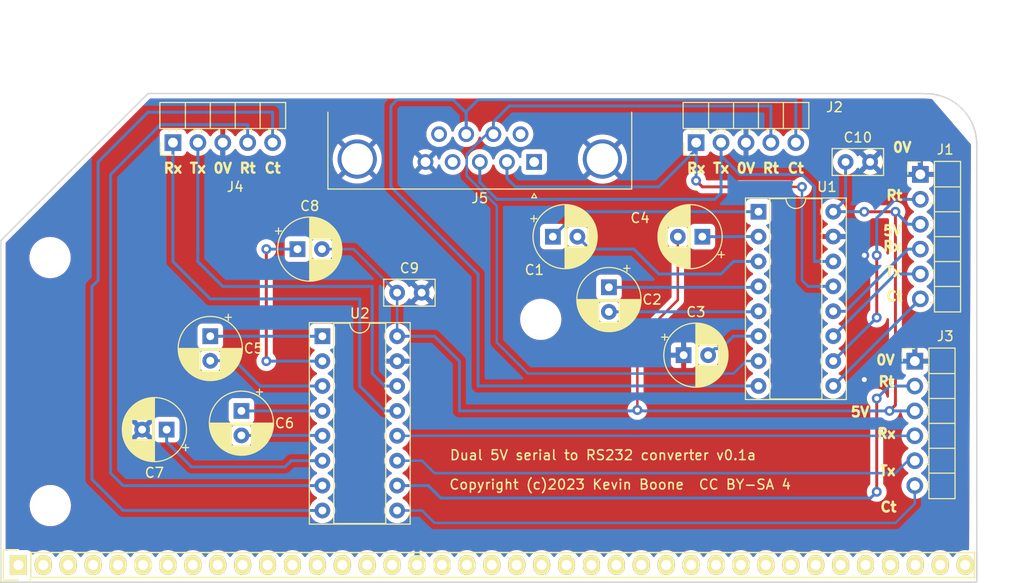
<source format=kicad_pcb>
(kicad_pcb (version 20211014) (generator pcbnew)
  (title_block (title "Dual 5V serial to RS232 converter for RC2014") (rev "0.1a") (comment 1 "http://creativecommons.org/licenses/by-sa/4.0/?ref=chooser-v1") (comment 2 "Licenced under CC BY-SA 4.0") (comment 3 "Copyright (c)2023") (comment 4 "Kevin Boone"))
  (layers (0 "F.Cu" signal) (31 "B.Cu" signal) (34 "B.Paste" user) (35 "F.Paste" user) (36 "B.SilkS" user "B.Silkscreen") (37 "F.SilkS" user "F.Silkscreen") (38 "B.Mask" user) (39 "F.Mask" user) (44 "Edge.Cuts" user))
  (net 0 "")
  (net 1 "GND")
  (net 2 "VCC")
  (net 3 "/D0")
  (net 4 "/D1")
  (net 5 "/D2")
  (net 6 "/D3")
  (net 7 "/D4")
  (net 8 "/D5")
  (net 9 "/D6")
  (net 10 "/D7")
  (net 11 "Net-(Con1-Pad35)")
  (net 12 "Net-(Con1-Pad36)")
  (net 13 "Net-(Con1-Pad37)")
  (net 14 "Net-(Con1-Pad38)")
  (net 15 "Net-(Con1-Pad39)")
  (net 16 "/A15")
  (net 17 "/A14")
  (net 18 "/A13")
  (net 19 "/A12")
  (net 20 "/A11")
  (net 21 "/A10")
  (net 22 "/A9")
  (net 23 "/A8")
  (net 24 "/A7")
  (net 25 "/A6")
  (net 26 "/A5")
  (net 27 "/A4")
  (net 28 "/A3")
  (net 29 "/A2")
  (net 30 "/A1")
  (net 31 "/A0")
  (net 32 "M1")
  (net 33 "RESET")
  (net 34 "CLK")
  (net 35 "INT")
  (net 36 "MREQ")
  (net 37 "WR")
  (net 38 "RD")
  (net 39 "IOREQ")
  (net 40 "Net-(C1-Pad1)")
  (net 41 "Net-(C1-Pad2)")
  (net 42 "Net-(C2-Pad1)")
  (net 43 "Net-(C2-Pad2)")
  (net 44 "Net-(U1-Pad6)")
  (net 45 "Net-(C4-Pad1)")
  (net 46 "+5V")
  (net 47 "Net-(C5-Pad1)")
  (net 48 "Net-(C5-Pad2)")
  (net 49 "Net-(C6-Pad1)")
  (net 50 "Net-(C6-Pad2)")
  (net 51 "Net-(C7-Pad1)")
  (net 52 "Net-(C8-Pad1)")
  (net 53 "Net-(J1-Pad2)")
  (net 54 "Net-(J1-Pad4)")
  (net 55 "Net-(J1-Pad5)")
  (net 56 "Net-(J1-Pad6)")
  (net 57 "Net-(J2-Pad1)")
  (net 58 "Net-(J2-Pad2)")
  (net 59 "Net-(J2-Pad4)")
  (net 60 "Net-(J2-Pad5)")
  (net 61 "Net-(J3-Pad2)")
  (net 62 "Net-(J3-Pad4)")
  (net 63 "Net-(J3-Pad5)")
  (net 64 "Net-(J3-Pad6)")
  (net 65 "Net-(J4-Pad1)")
  (net 66 "Net-(J4-Pad2)")
  (net 67 "Net-(J4-Pad4)")
  (net 68 "Net-(J4-Pad5)")
  (footprint "Mounting_Holes:MountingHole_3.2mm_M3" (layer "F.Cu") (at 158.9278 120.2436)
    (fp_text reference "" hide)
    (fp_text value "" hide)
    (pad "" np_thru_hole circle locked (at 0 0) (size 3.2 3.2) (drill 3.2) (layers *.Cu *.Mask "F.SilkS"))
  )
  (footprint "Pin_Headers:Pin_Header_Straight_1x40" (layer "F.Cu") (at 155.702 151.6126 90)
    (fp_text reference "" hide)
    (fp_text value "" hide)
    (pad "1" thru_hole rect locked (at 0 0 90) (size 2.032 1.7272) (drill 1.016) (layers *.Cu *.Mask "F.SilkS") (net 16 "/A15"))
    (pad "2" thru_hole oval locked (at 0 2.54 90) (size 2.032 1.7272) (drill 1.016) (layers *.Cu *.Mask "F.SilkS") (net 17 "/A14"))
    (pad "3" thru_hole oval locked (at 0 5.08 90) (size 2.032 1.7272) (drill 1.016) (layers *.Cu *.Mask "F.SilkS") (net 18 "/A13"))
    (pad "4" thru_hole oval locked (at 0 7.62 90) (size 2.032 1.7272) (drill 1.016) (layers *.Cu *.Mask "F.SilkS") (net 19 "/A12"))
    (pad "5" thru_hole oval locked (at 0 10.16 90) (size 2.032 1.7272) (drill 1.016) (layers *.Cu *.Mask "F.SilkS") (net 20 "/A11"))
    (pad "6" thru_hole oval locked (at 0 12.7 90) (size 2.032 1.7272) (drill 1.016) (layers *.Cu *.Mask "F.SilkS") (net 21 "/A10"))
    (pad "7" thru_hole oval locked (at 0 15.24 90) (size 2.032 1.7272) (drill 1.016) (layers *.Cu *.Mask "F.SilkS") (net 22 "/A9"))
    (pad "8" thru_hole oval locked (at 0 17.78 90) (size 2.032 1.7272) (drill 1.016) (layers *.Cu *.Mask "F.SilkS") (net 23 "/A8"))
    (pad "9" thru_hole oval locked (at 0 20.32 90) (size 2.032 1.7272) (drill 1.016) (layers *.Cu *.Mask "F.SilkS") (net 24 "/A7"))
    (pad "10" thru_hole oval locked (at 0 22.86 90) (size 2.032 1.7272) (drill 1.016) (layers *.Cu *.Mask "F.SilkS") (net 25 "/A6"))
    (pad "11" thru_hole oval locked (at 0 25.4 90) (size 2.032 1.7272) (drill 1.016) (layers *.Cu *.Mask "F.SilkS") (net 26 "/A5"))
    (pad "12" thru_hole oval locked (at 0 27.94 90) (size 2.032 1.7272) (drill 1.016) (layers *.Cu *.Mask "F.SilkS") (net 27 "/A4"))
    (pad "13" thru_hole oval locked (at 0 30.48 90) (size 2.032 1.7272) (drill 1.016) (layers *.Cu *.Mask "F.SilkS") (net 28 "/A3"))
    (pad "14" thru_hole oval locked (at 0 33.02 90) (size 2.032 1.7272) (drill 1.016) (layers *.Cu *.Mask "F.SilkS") (net 29 "/A2"))
    (pad "15" thru_hole oval locked (at 0 35.56 90) (size 2.032 1.7272) (drill 1.016) (layers *.Cu *.Mask "F.SilkS") (net 30 "/A1"))
    (pad "16" thru_hole oval locked (at 0 38.1 90) (size 2.032 1.7272) (drill 1.016) (layers *.Cu *.Mask "F.SilkS") (net 31 "/A0"))
    (pad "17" thru_hole oval locked (at 0 40.64 90) (size 2.032 1.7272) (drill 1.016) (layers *.Cu *.Mask "F.SilkS") (net 1 "GND"))
    (pad "18" thru_hole oval locked (at 0 43.18 90) (size 2.032 1.7272) (drill 1.016) (layers *.Cu *.Mask "F.SilkS") (net 2 "VCC"))
    (pad "19" thru_hole oval locked (at 0 45.72 90) (size 2.032 1.7272) (drill 1.016) (layers *.Cu *.Mask "F.SilkS") (net 32 "M1"))
    (pad "20" thru_hole oval locked (at 0 48.26 90) (size 2.032 1.7272) (drill 1.016) (layers *.Cu *.Mask "F.SilkS") (net 33 "RESET"))
    (pad "21" thru_hole oval locked (at 0 50.8 90) (size 2.032 1.7272) (drill 1.016) (layers *.Cu *.Mask "F.SilkS") (net 34 "CLK"))
    (pad "22" thru_hole oval locked (at 0 53.34 90) (size 2.032 1.7272) (drill 1.016) (layers *.Cu *.Mask "F.SilkS") (net 35 "INT"))
    (pad "23" thru_hole oval locked (at 0 55.88 90) (size 2.032 1.7272) (drill 1.016) (layers *.Cu *.Mask "F.SilkS") (net 36 "MREQ"))
    (pad "24" thru_hole oval locked (at 0 58.42 90) (size 2.032 1.7272) (drill 1.016) (layers *.Cu *.Mask "F.SilkS") (net 37 "WR"))
    (pad "25" thru_hole oval locked (at 0 60.96 90) (size 2.032 1.7272) (drill 1.016) (layers *.Cu *.Mask "F.SilkS") (net 38 "RD"))
    (pad "26" thru_hole oval locked (at 0 63.5 90) (size 2.032 1.7272) (drill 1.016) (layers *.Cu *.Mask "F.SilkS") (net 39 "IOREQ"))
    (pad "27" thru_hole oval locked (at 0 66.04 90) (size 2.032 1.7272) (drill 1.016) (layers *.Cu *.Mask "F.SilkS") (net 3 "/D0"))
    (pad "28" thru_hole oval locked (at 0 68.58 90) (size 2.032 1.7272) (drill 1.016) (layers *.Cu *.Mask "F.SilkS") (net 4 "/D1"))
    (pad "29" thru_hole oval locked (at 0 71.12 90) (size 2.032 1.7272) (drill 1.016) (layers *.Cu *.Mask "F.SilkS") (net 5 "/D2"))
    (pad "30" thru_hole oval locked (at 0 73.66 90) (size 2.032 1.7272) (drill 1.016) (layers *.Cu *.Mask "F.SilkS") (net 6 "/D3"))
    (pad "31" thru_hole oval locked (at 0 76.2 90) (size 2.032 1.7272) (drill 1.016) (layers *.Cu *.Mask "F.SilkS") (net 7 "/D4"))
    (pad "32" thru_hole oval locked (at 0 78.74 90) (size 2.032 1.7272) (drill 1.016) (layers *.Cu *.Mask "F.SilkS") (net 8 "/D5"))
    (pad "33" thru_hole oval locked (at 0 81.28 90) (size 2.032 1.7272) (drill 1.016) (layers *.Cu *.Mask "F.SilkS") (net 9 "/D6"))
    (pad "34" thru_hole oval locked (at 0 83.82 90) (size 2.032 1.7272) (drill 1.016) (layers *.Cu *.Mask "F.SilkS") (net 10 "/D7"))
    (pad "35" thru_hole oval locked (at 0 86.36 90) (size 2.032 1.7272) (drill 1.016) (layers *.Cu *.Mask "F.SilkS") (net 11 "Net-(Con1-Pad35)"))
    (pad "36" thru_hole oval locked (at 0 88.9 90) (size 2.032 1.7272) (drill 1.016) (layers *.Cu *.Mask "F.SilkS") (net 12 "Net-(Con1-Pad36)"))
    (pad "37" thru_hole oval locked (at 0 91.44 90) (size 2.032 1.7272) (drill 1.016) (layers *.Cu *.Mask "F.SilkS") (net 13 "Net-(Con1-Pad37)"))
    (pad "38" thru_hole oval locked (at 0 93.98 90) (size 2.032 1.7272) (drill 1.016) (layers *.Cu *.Mask "F.SilkS") (net 14 "Net-(Con1-Pad38)"))
    (pad "39" thru_hole oval locked (at 0 96.52 90) (size 2.032 1.7272) (drill 1.016) (layers *.Cu *.Mask "F.SilkS") (net 15 "Net-(Con1-Pad39)"))
  )
  (footprint "Connector_PinHeader_2.54mm:PinHeader_1x05_P2.54mm_Horizontal" (layer "F.Cu") (at 224.795 108.515 90)
    (fp_text reference "J2" (at 3.615 14.105 180) (layer "F.SilkS"))
    (fp_text value "Conn_01x05")
    (pad "1" thru_hole rect (at 0 0 90) (size 1.7 1.7) (drill 1) (layers *.Cu *.Mask) (net 57 "Net-(J2-Pad1)"))
    (pad "2" thru_hole oval (at 0 2.54 90) (size 1.7 1.7) (drill 1) (layers *.Cu *.Mask) (net 58 "Net-(J2-Pad2)"))
    (pad "3" thru_hole oval (at 0 5.08 90) (size 1.7 1.7) (drill 1) (layers *.Cu *.Mask) (net 1 "GND"))
    (pad "4" thru_hole oval (at 0 7.62 90) (size 1.7 1.7) (drill 1) (layers *.Cu *.Mask) (net 59 "Net-(J2-Pad4)"))
    (pad "5" thru_hole oval (at 0 10.16 90) (size 1.7 1.7) (drill 1) (layers *.Cu *.Mask) (net 60 "Net-(J2-Pad5)"))
  )
  (footprint "Capacitor_THT:CP_Radial_D6.3mm_P2.50mm" (layer "F.Cu") (at 225.425 118.11 180)
    (fp_text reference "C4" (at 6.35 1.905) (layer "F.SilkS"))
    (fp_text value "1uF")
    (pad "1" thru_hole rect (at 0 0 180) (size 1.6 1.6) (drill 0.8) (layers *.Cu *.Mask) (net 45 "Net-(C4-Pad1)"))
    (pad "2" thru_hole circle (at 2.5 0 180) (size 1.6 1.6) (drill 0.8) (layers *.Cu *.Mask) (net 46 "+5V"))
  )
  (footprint "Capacitor_THT:C_Disc_D5.0mm_W2.5mm_P2.50mm" (layer "F.Cu") (at 240.03 110.49)
    (fp_text reference "C10" (at 1.25 -2.5) (layer "F.SilkS"))
    (fp_text value "100n")
    (pad "1" thru_hole circle (at 0 0) (size 1.6 1.6) (drill 0.8) (layers *.Cu *.Mask) (net 46 "+5V"))
    (pad "2" thru_hole circle (at 2.5 0) (size 1.6 1.6) (drill 0.8) (layers *.Cu *.Mask) (net 1 "GND"))
  )
  (footprint "Capacitor_THT:CP_Radial_D6.3mm_P2.50mm" (layer "F.Cu") (at 170.815 137.795 180)
    (fp_text reference "C7" (at 1.25 -4.4) (layer "F.SilkS"))
    (fp_text value "1uF")
    (pad "1" thru_hole rect (at 0 0 180) (size 1.6 1.6) (drill 0.8) (layers *.Cu *.Mask) (net 51 "Net-(C7-Pad1)"))
    (pad "2" thru_hole circle (at 2.5 0 180) (size 1.6 1.6) (drill 0.8) (layers *.Cu *.Mask) (net 1 "GND"))
  )
  (footprint "Capacitor_THT:CP_Radial_D6.3mm_P2.50mm" (layer "F.Cu") (at 178.435 135.89 -90)
    (fp_text reference "C6" (at 1.25 -4.4 180) (layer "F.SilkS"))
    (fp_text value "1uF")
    (pad "1" thru_hole rect (at 0 0 270) (size 1.6 1.6) (drill 0.8) (layers *.Cu *.Mask) (net 49 "Net-(C6-Pad1)"))
    (pad "2" thru_hole circle (at 2.5 0 270) (size 1.6 1.6) (drill 0.8) (layers *.Cu *.Mask) (net 50 "Net-(C6-Pad2)"))
  )
  (footprint "Mounting_Holes:MountingHole_3.2mm_M3" (layer "F.Cu") (at 158.95 145.55)
    (fp_text reference "" hide)
    (fp_text value "" hide)
    (pad "" np_thru_hole circle locked (at 0 0) (size 3.2 3.2) (drill 3.2) (layers F&B.Cu *.Mask "F.SilkS"))
  )
  (footprint "Connector_Dsub:DSUB-9_Male_Horizontal_P2.77x2.84mm_EdgePinOffset4.94mm_Housed_MountingHolesOffset7.48mm" (layer "F.Cu") (at 208.28 110.49 180)
    (fp_text reference "J5" (at 5.54 -3.7) (layer "F.SilkS"))
    (fp_text value "DB9_Male_MountingHoles")
    (pad "0" thru_hole circle (at -6.96 0.3 180) (size 4 4) (drill 3.2) (layers *.Cu *.Mask) (net 1 "GND"))
    (pad "0" thru_hole circle (at 18.04 0.3 180) (size 4 4) (drill 3.2) (layers *.Cu *.Mask) (net 1 "GND"))
    (pad "1" thru_hole rect (at 0 0 180) (size 1.6 1.6) (drill 1) (layers *.Cu *.Mask))
    (pad "2" thru_hole circle (at 2.77 0 180) (size 1.6 1.6) (drill 1) (layers *.Cu *.Mask) (net 57 "Net-(J2-Pad1)"))
    (pad "3" thru_hole circle (at 5.54 0 180) (size 1.6 1.6) (drill 1) (layers *.Cu *.Mask) (net 58 "Net-(J2-Pad2)"))
    (pad "4" thru_hole circle (at 8.31 0 180) (size 1.6 1.6) (drill 1) (layers *.Cu *.Mask))
    (pad "5" thru_hole circle (at 11.08 0 180) (size 1.6 1.6) (drill 1) (layers *.Cu *.Mask) (net 1 "GND"))
    (pad "6" thru_hole circle (at 1.385 2.84 180) (size 1.6 1.6) (drill 1) (layers *.Cu *.Mask))
    (pad "7" thru_hole circle (at 4.155 2.84 180) (size 1.6 1.6) (drill 1) (layers *.Cu *.Mask) (net 59 "Net-(J2-Pad4)"))
    (pad "8" thru_hole circle (at 6.925 2.84 180) (size 1.6 1.6) (drill 1) (layers *.Cu *.Mask) (net 60 "Net-(J2-Pad5)"))
    (pad "9" thru_hole circle (at 9.695 2.84 180) (size 1.6 1.6) (drill 1) (layers *.Cu *.Mask))
  )
  (footprint "Package_DIP:DIP-16_W7.62mm_Socket" (layer "F.Cu") (at 231.15 115.56)
    (fp_text reference "U1" (at 6.975 -2.53) (layer "F.SilkS"))
    (fp_text value "MAX232")
    (pad "1" thru_hole rect (at 0 0) (size 1.6 1.6) (drill 0.8) (layers *.Cu *.Mask) (net 40 "Net-(C1-Pad1)"))
    (pad "2" thru_hole oval (at 0 2.54) (size 1.6 1.6) (drill 0.8) (layers *.Cu *.Mask) (net 45 "Net-(C4-Pad1)"))
    (pad "3" thru_hole oval (at 0 5.08) (size 1.6 1.6) (drill 0.8) (layers *.Cu *.Mask) (net 41 "Net-(C1-Pad2)"))
    (pad "4" thru_hole oval (at 0 7.62) (size 1.6 1.6) (drill 0.8) (layers *.Cu *.Mask) (net 42 "Net-(C2-Pad1)"))
    (pad "5" thru_hole oval (at 0 10.16) (size 1.6 1.6) (drill 0.8) (layers *.Cu *.Mask) (net 43 "Net-(C2-Pad2)"))
    (pad "6" thru_hole oval (at 0 12.7) (size 1.6 1.6) (drill 0.8) (layers *.Cu *.Mask) (net 44 "Net-(U1-Pad6)"))
    (pad "7" thru_hole oval (at 0 15.24) (size 1.6 1.6) (drill 0.8) (layers *.Cu *.Mask) (net 59 "Net-(J2-Pad4)"))
    (pad "8" thru_hole oval (at 0 17.78) (size 1.6 1.6) (drill 0.8) (layers *.Cu *.Mask) (net 60 "Net-(J2-Pad5)"))
    (pad "9" thru_hole oval (at 7.62 17.78) (size 1.6 1.6) (drill 0.8) (layers *.Cu *.Mask) (net 56 "Net-(J1-Pad6)"))
    (pad "10" thru_hole oval (at 7.62 15.24) (size 1.6 1.6) (drill 0.8) (layers *.Cu *.Mask) (net 53 "Net-(J1-Pad2)"))
    (pad "11" thru_hole oval (at 7.62 12.7) (size 1.6 1.6) (drill 0.8) (layers *.Cu *.Mask) (net 55 "Net-(J1-Pad5)"))
    (pad "12" thru_hole oval (at 7.62 10.16) (size 1.6 1.6) (drill 0.8) (layers *.Cu *.Mask) (net 54 "Net-(J1-Pad4)"))
    (pad "13" thru_hole oval (at 7.62 7.62) (size 1.6 1.6) (drill 0.8) (layers *.Cu *.Mask) (net 57 "Net-(J2-Pad1)"))
    (pad "14" thru_hole oval (at 7.62 5.08) (size 1.6 1.6) (drill 0.8) (layers *.Cu *.Mask) (net 58 "Net-(J2-Pad2)"))
    (pad "15" thru_hole oval (at 7.62 2.54) (size 1.6 1.6) (drill 0.8) (layers *.Cu *.Mask) (net 1 "GND"))
    (pad "16" thru_hole oval (at 7.62 0) (size 1.6 1.6) (drill 0.8) (layers *.Cu *.Mask) (net 46 "+5V"))
  )
  (footprint "Connector_PinHeader_2.54mm:PinHeader_1x05_P2.54mm_Horizontal" (layer "F.Cu") (at 171.455 108.515 90)
    (fp_text reference "J4" (at -4.515 6.345 180) (layer "F.SilkS"))
    (fp_text value "Conn_01x05")
    (pad "1" thru_hole rect (at 0 0 90) (size 1.7 1.7) (drill 1) (layers *.Cu *.Mask) (net 65 "Net-(J4-Pad1)"))
    (pad "2" thru_hole oval (at 0 2.54 90) (size 1.7 1.7) (drill 1) (layers *.Cu *.Mask) (net 66 "Net-(J4-Pad2)"))
    (pad "3" thru_hole oval (at 0 5.08 90) (size 1.7 1.7) (drill 1) (layers *.Cu *.Mask) (net 1 "GND"))
    (pad "4" thru_hole oval (at 0 7.62 90) (size 1.7 1.7) (drill 1) (layers *.Cu *.Mask) (net 67 "Net-(J4-Pad4)"))
    (pad "5" thru_hole oval (at 0 10.16 90) (size 1.7 1.7) (drill 1) (layers *.Cu *.Mask) (net 68 "Net-(J4-Pad5)"))
  )
  (footprint "Package_DIP:DIP-16_W7.62mm_Socket" (layer "F.Cu") (at 186.69 128.27)
    (fp_text reference "U2" (at 3.81 -2.33) (layer "F.SilkS"))
    (fp_text value "MAX232")
    (pad "1" thru_hole rect (at 0 0) (size 1.6 1.6) (drill 0.8) (layers *.Cu *.Mask) (net 47 "Net-(C5-Pad1)"))
    (pad "2" thru_hole oval (at 0 2.54) (size 1.6 1.6) (drill 0.8) (layers *.Cu *.Mask) (net 52 "Net-(C8-Pad1)"))
    (pad "3" thru_hole oval (at 0 5.08) (size 1.6 1.6) (drill 0.8) (layers *.Cu *.Mask) (net 48 "Net-(C5-Pad2)"))
    (pad "4" thru_hole oval (at 0 7.62) (size 1.6 1.6) (drill 0.8) (layers *.Cu *.Mask) (net 49 "Net-(C6-Pad1)"))
    (pad "5" thru_hole oval (at 0 10.16) (size 1.6 1.6) (drill 0.8) (layers *.Cu *.Mask) (net 50 "Net-(C6-Pad2)"))
    (pad "6" thru_hole oval (at 0 12.7) (size 1.6 1.6) (drill 0.8) (layers *.Cu *.Mask) (net 51 "Net-(C7-Pad1)"))
    (pad "7" thru_hole oval (at 0 15.24) (size 1.6 1.6) (drill 0.8) (layers *.Cu *.Mask) (net 67 "Net-(J4-Pad4)"))
    (pad "8" thru_hole oval (at 0 17.78) (size 1.6 1.6) (drill 0.8) (layers *.Cu *.Mask) (net 68 "Net-(J4-Pad5)"))
    (pad "9" thru_hole oval (at 7.62 17.78) (size 1.6 1.6) (drill 0.8) (layers *.Cu *.Mask) (net 64 "Net-(J3-Pad6)"))
    (pad "10" thru_hole oval (at 7.62 15.24) (size 1.6 1.6) (drill 0.8) (layers *.Cu *.Mask) (net 61 "Net-(J3-Pad2)"))
    (pad "11" thru_hole oval (at 7.62 12.7) (size 1.6 1.6) (drill 0.8) (layers *.Cu *.Mask) (net 63 "Net-(J3-Pad5)"))
    (pad "12" thru_hole oval (at 7.62 10.16) (size 1.6 1.6) (drill 0.8) (layers *.Cu *.Mask) (net 62 "Net-(J3-Pad4)"))
    (pad "13" thru_hole oval (at 7.62 7.62) (size 1.6 1.6) (drill 0.8) (layers *.Cu *.Mask) (net 65 "Net-(J4-Pad1)"))
    (pad "14" thru_hole oval (at 7.62 5.08) (size 1.6 1.6) (drill 0.8) (layers *.Cu *.Mask) (net 66 "Net-(J4-Pad2)"))
    (pad "15" thru_hole oval (at 7.62 2.54) (size 1.6 1.6) (drill 0.8) (layers *.Cu *.Mask) (net 1 "GND"))
    (pad "16" thru_hole oval (at 7.62 0) (size 1.6 1.6) (drill 0.8) (layers *.Cu *.Mask) (net 46 "+5V"))
  )
  (footprint "Capacitor_THT:CP_Radial_D6.3mm_P2.50mm" (layer "F.Cu") (at 215.9 123.277621 -90)
    (fp_text reference "C2" (at 1.25 -4.4 180) (layer "F.SilkS"))
    (fp_text value "1uF")
    (pad "1" thru_hole rect (at 0 0 270) (size 1.6 1.6) (drill 0.8) (layers *.Cu *.Mask) (net 42 "Net-(C2-Pad1)"))
    (pad "2" thru_hole circle (at 2.5 0 270) (size 1.6 1.6) (drill 0.8) (layers *.Cu *.Mask) (net 43 "Net-(C2-Pad2)"))
  )
  (footprint "Connector_PinHeader_2.54mm:PinHeader_1x06_P2.54mm_Horizontal" (layer "F.Cu") (at 247.085 130.81)
    (fp_text reference "J3" (at 3.105 -2.54) (layer "F.SilkS"))
    (fp_text value "Conn_01x06")
    (pad "1" thru_hole rect (at 0 0) (size 1.7 1.7) (drill 1) (layers *.Cu *.Mask) (net 1 "GND"))
    (pad "2" thru_hole oval (at 0 2.54) (size 1.7 1.7) (drill 1) (layers *.Cu *.Mask) (net 61 "Net-(J3-Pad2)"))
    (pad "3" thru_hole oval (at 0 5.08) (size 1.7 1.7) (drill 1) (layers *.Cu *.Mask) (net 46 "+5V"))
    (pad "4" thru_hole oval (at 0 7.62) (size 1.7 1.7) (drill 1) (layers *.Cu *.Mask) (net 62 "Net-(J3-Pad4)"))
    (pad "5" thru_hole oval (at 0 10.16) (size 1.7 1.7) (drill 1) (layers *.Cu *.Mask) (net 63 "Net-(J3-Pad5)"))
    (pad "6" thru_hole oval (at 0 12.7) (size 1.7 1.7) (drill 1) (layers *.Cu *.Mask) (net 64 "Net-(J3-Pad6)"))
  )
  (footprint "Capacitor_THT:CP_Radial_D6.3mm_P2.50mm" (layer "F.Cu") (at 184.15 119.38)
    (fp_text reference "C8" (at 1.25 -4.4) (layer "F.SilkS"))
    (fp_text value "1uF")
    (pad "1" thru_hole rect (at 0 0) (size 1.6 1.6) (drill 0.8) (layers *.Cu *.Mask) (net 52 "Net-(C8-Pad1)"))
    (pad "2" thru_hole circle (at 2.5 0) (size 1.6 1.6) (drill 0.8) (layers *.Cu *.Mask) (net 46 "+5V"))
  )
  (footprint "Capacitor_THT:CP_Radial_D6.3mm_P2.50mm" (layer "F.Cu") (at 210.185 118.11)
    (fp_text reference "C1" (at -1.885 3.39) (layer "F.SilkS"))
    (fp_text value "1uF")
    (pad "1" thru_hole rect (at 0 0) (size 1.6 1.6) (drill 0.8) (layers *.Cu *.Mask) (net 40 "Net-(C1-Pad1)"))
    (pad "2" thru_hole circle (at 2.5 0) (size 1.6 1.6) (drill 0.8) (layers *.Cu *.Mask) (net 41 "Net-(C1-Pad2)"))
  )
  (footprint "Connector_PinHeader_2.54mm:PinHeader_1x06_P2.54mm_Horizontal" (layer "F.Cu") (at 247.65 111.76)
    (fp_text reference "J1" (at 2.54 -2.54) (layer "F.SilkS"))
    (fp_text value "Conn_01x06")
    (pad "1" thru_hole rect (at 0 0) (size 1.7 1.7) (drill 1) (layers *.Cu *.Mask) (net 1 "GND"))
    (pad "2" thru_hole oval (at 0 2.54) (size 1.7 1.7) (drill 1) (layers *.Cu *.Mask) (net 53 "Net-(J1-Pad2)"))
    (pad "3" thru_hole oval (at 0 5.08) (size 1.7 1.7) (drill 1) (layers *.Cu *.Mask) (net 46 "+5V"))
    (pad "4" thru_hole oval (at 0 7.62) (size 1.7 1.7) (drill 1) (layers *.Cu *.Mask) (net 54 "Net-(J1-Pad4)"))
    (pad "5" thru_hole oval (at 0 10.16) (size 1.7 1.7) (drill 1) (layers *.Cu *.Mask) (net 55 "Net-(J1-Pad5)"))
    (pad "6" thru_hole oval (at 0 12.7) (size 1.7 1.7) (drill 1) (layers *.Cu *.Mask) (net 56 "Net-(J1-Pad6)"))
  )
  (footprint "Mounting_Holes:MountingHole_3.2mm_M3" (layer "F.Cu") (at 208.95 126.55)
    (fp_text reference "" hide)
    (fp_text value "" hide)
    (pad "" np_thru_hole circle locked (at 0 0) (size 3.2 3.2) (drill 3.2) (layers F&B.Cu *.Mask "F.SilkS"))
  )
  (footprint "Capacitor_THT:CP_Radial_D6.3mm_P2.50mm" (layer "F.Cu") (at 175.26 128.27 -90)
    (fp_text reference "C5" (at 1.25 -4.4 180) (layer "F.SilkS"))
    (fp_text value "1uF")
    (pad "1" thru_hole rect (at 0 0 270) (size 1.6 1.6) (drill 0.8) (layers *.Cu *.Mask) (net 47 "Net-(C5-Pad1)"))
    (pad "2" thru_hole circle (at 2.5 0 270) (size 1.6 1.6) (drill 0.8) (layers *.Cu *.Mask) (net 48 "Net-(C5-Pad2)"))
  )
  (footprint "Capacitor_THT:C_Disc_D5.0mm_W2.5mm_P2.50mm" (layer "F.Cu") (at 194.31 123.825)
    (fp_text reference "C9" (at 1.25 -2.5) (layer "F.SilkS"))
    (fp_text value "100n")
    (pad "1" thru_hole circle (at 0 0) (size 1.6 1.6) (drill 0.8) (layers *.Cu *.Mask) (net 46 "+5V"))
    (pad "2" thru_hole circle (at 2.5 0) (size 1.6 1.6) (drill 0.8) (layers *.Cu *.Mask) (net 1 "GND"))
  )
  (footprint "Capacitor_THT:CP_Radial_D6.3mm_P2.50mm" (layer "F.Cu") (at 223.517621 130.2)
    (fp_text reference "C3" (at 1.25 -4.4) (layer "F.SilkS"))
    (fp_text value "1uF")
    (pad "1" thru_hole rect (at 0 0) (size 1.6 1.6) (drill 0.8) (layers *.Cu *.Mask) (net 1 "GND"))
    (pad "2" thru_hole circle (at 2.5 0) (size 1.6 1.6) (drill 0.8) (layers *.Cu *.Mask) (net 44 "Net-(U1-Pad6)"))
  )
  (gr_line (start 156.8958 153.13152) (end 156.93136 153.13152) (layer "F.SilkS") (width 0.2))
  (gr_line (start 247.8184 103.505) (end 248.2184 103.52) (layer "Edge.Cuts") (width 0.15))
  (gr_line (start 153.8986 118.5164) (end 153.8986 153.3652) (layer "Edge.Cuts") (width 0.15))
  (gr_line (start 253 153.3652) (end 253.4 153.366162) (layer "Edge.Cuts") (width 0.15))
  (gr_line (start 253.3984 108.6198) (end 253.4 153.3) (layer "Edge.Cuts") (width 0.15))
  (gr_line (start 153.8986 153.3652) (end 253 153.3652) (layer "Edge.Cuts") (width 0.15))
  (gr_arc (start 248.2184 103.52) (mid 251.881213 105.037187) (end 253.3984 108.7) (layer "Edge.Cuts") (width 0.15))
  (gr_line (start 168.91 103.505) (end 153.8986 118.5164) (layer "Edge.Cuts") (width 0.15))
  (gr_line (start 247.8184 103.505) (end 168.91 103.505) (layer "Edge.Cuts") (width 0.15))
  (gr_text "Rt" (at 232.41 111.125) (layer "F.SilkS") (effects (font (size 1 1) (thickness 0.25))))
  (gr_text "Tx" (at 244.3 142) (layer "F.SilkS") (effects (font (size 1 1) (thickness 0.25))))
  (gr_text "Rt" (at 244.2 132.9) (layer "F.SilkS") (effects (font (size 1 1) (thickness 0.25))))
  (gr_text "5V" (at 244.8 117.5) (layer "F.SilkS") (effects (font (size 1 1) (thickness 0.25))))
  (gr_text "Tx" (at 173.99 111.125) (layer "F.SilkS") (effects (font (size 1 1) (thickness 0.25))))
  (gr_text "0V" (at 244.1 130.7) (layer "F.SilkS") (effects (font (size 1 1) (thickness 0.25))))
  (gr_text "Rx" (at 224.79 111.125) (layer "F.SilkS") (effects (font (size 1 1) (thickness 0.25))))
  (gr_text "Rt" (at 179.07 111.125) (layer "F.SilkS") (effects (font (size 1 1) (thickness 0.25))))
  (gr_text "Rt" (at 245 113.9) (layer "F.SilkS") (effects (font (size 1 1) (thickness 0.25))))
  (gr_text "Ct" (at 245 124.2) (layer "F.SilkS") (effects (font (size 1 1) (thickness 0.25))))
  (gr_text "Tx" (at 244.9 121.7) (layer "F.SilkS") (effects (font (size 1 1) (thickness 0.25))))
  (gr_text "Dual 5V serial to RS232 converter v0.1a" (at 215.3 140.4) (layer "F.SilkS") (effects (font (size 1 1))))
  (gr_text "0V" (at 229.87 111.125) (layer "F.SilkS") (effects (font (size 1 1) (thickness 0.25))))
  (gr_text "0V" (at 176.53 111.125) (layer "F.SilkS") (effects (font (size 1 1) (thickness 0.25))))
  (gr_text "Ct" (at 234.95 111.125) (layer "F.SilkS") (effects (font (size 1 1) (thickness 0.25))))
  (gr_text "0V" (at 245.8 109) (layer "F.SilkS") (effects (font (size 1 1) (thickness 0.25))))
  (gr_text "Rx" (at 244.2 138.2) (layer "F.SilkS") (effects (font (size 1 1) (thickness 0.25))))
  (gr_text "Rx" (at 171.45 111.125) (layer "F.SilkS") (effects (font (size 1 1) (thickness 0.25))))
  (gr_text "Ct" (at 244.4 145.7) (layer "F.SilkS") (effects (font (size 1 1) (thickness 0.25))))
  (gr_text "Ct" (at 181.61 111.125) (layer "F.SilkS") (effects (font (size 1 1) (thickness 0.25))))
  (gr_text "5V" (at 241.5 136) (layer "F.SilkS") (effects (font (size 1 1) (thickness 0.25))))
  (gr_text "Rx" (at 244.8 119.1) (layer "F.SilkS") (effects (font (size 1 1) (thickness 0.25))))
  (gr_text "Tx" (at 227.33 111.125) (layer "F.SilkS") (effects (font (size 1 1) (thickness 0.25))))
  (gr_text "Copyright (c)2023 Kevin Boone  CC BY-SA 4" (at 217.05 143.4) (layer "F.SilkS") (effects (font (size 1 1))))
  (segment (start 241.935 132.715) (end 241.935 132.690973) (width 0.3) (layer "F.Cu") (net 1))
  (segment (start 199.6 113.3) (end 199.6 112.89) (width 0.35) (layer "F.Cu") (net 1))
  (segment (start 212.13 113.3) (end 199.6 113.3) (width 0.35) (layer "F.Cu") (net 1))
  (segment (start 241.935 132.690973) (end 241.935391 132.690582) (width 0.3) (layer "F.Cu") (net 1))
  (segment (start 241.935 120.015) (end 241.935 132.715) (width 0.3) (layer "F.Cu") (net 1))
  (segment (start 199.6 112.89) (end 197.2 110.49) (width 0.35) (layer "F.Cu") (net 1))
  (segment (start 215.24 110.19) (end 212.13 113.3) (width 0.35) (layer "F.Cu") (net 1))
  (via (at 241.935 120.015) (size 1) (drill 0.5) (layers "F.Cu" "B.Cu") (net 1))
  (via (at 241.935391 132.690582) (size 1) (drill 0.5) (layers "F.Cu" "B.Cu") (net 1))
  (segment (start 241.935 118.11) (end 241.935 120.015) (width 0.3) (layer "B.Cu") (net 1))
  (segment (start 238.77 118.1) (end 241.925 118.1) (width 0.3) (layer "B.Cu") (net 1))
  (segment (start 243.815973 130.81) (end 247.085 130.81) (width 0.3) (layer "B.Cu") (net 1))
  (segment (start 241.935391 132.690582) (end 243.815973 130.81) (width 0.3) (layer "B.Cu") (net 1))
  (segment (start 241.925 118.1) (end 241.935 118.11) (width 0.3) (layer "B.Cu") (net 1))
  (segment (start 231.15 115.56) (end 212.735 115.56) (width 0.3) (layer "B.Cu") (net 40))
  (segment (start 212.735 115.56) (end 210.185 118.11) (width 0.3) (layer "B.Cu") (net 40))
  (segment (start 212.685 118.11) (end 213.955 119.38) (width 0.3) (layer "B.Cu") (net 41))
  (segment (start 213.955 119.38) (end 218.44 119.38) (width 0.3) (layer "B.Cu") (net 41))
  (segment (start 218.44 119.38) (end 220.98 121.92) (width 0.3) (layer "B.Cu") (net 41))
  (segment (start 228.61 120.64) (end 231.15 120.64) (width 0.3) (layer "B.Cu") (net 41))
  (segment (start 220.98 121.92) (end 227.33 121.92) (width 0.3) (layer "B.Cu") (net 41))
  (segment (start 227.33 121.92) (end 228.61 120.64) (width 0.3) (layer "B.Cu") (net 41))
  (segment (start 231.052379 123.277621) (end 231.15 123.18) (width 0.3) (layer "B.Cu") (net 42))
  (segment (start 215.9 123.277621) (end 231.052379 123.277621) (width 0.3) (layer "B.Cu") (net 42))
  (segment (start 215.9 125.777621) (end 231.092379 125.777621) (width 0.3) (layer "B.Cu") (net 43))
  (segment (start 231.092379 125.777621) (end 231.15 125.72) (width 0.3) (layer "B.Cu") (net 43))
  (segment (start 228.61 128.26) (end 231.15 128.26) (width 0.3) (layer "B.Cu") (net 44))
  (segment (start 226.695 129.54) (end 227.33 129.54) (width 0.3) (layer "B.Cu") (net 44))
  (segment (start 227.33 129.54) (end 228.61 128.26) (width 0.3) (layer "B.Cu") (net 44))
  (segment (start 226.06 130.175) (end 226.695 129.54) (width 0.3) (layer "B.Cu") (net 44))
  (segment (start 225.425 118.11) (end 228.6 118.11) (width 0.3) (layer "B.Cu") (net 45))
  (segment (start 228.61 118.1) (end 231.15 118.1) (width 0.3) (layer "B.Cu") (net 45))
  (segment (start 228.6 118.11) (end 228.61 118.1) (width 0.3) (layer "B.Cu") (net 45))
  (segment (start 245.11 135.29) (end 244.51 135.89) (width 0.3) (layer "F.Cu") (net 46))
  (segment (start 222.925 118.11) (end 222.925 124.575) (width 0.25) (layer "F.Cu") (net 46))
  (segment (start 241.935 115.57) (end 245.11 115.57) (width 0.3) (layer "F.Cu") (net 46))
  (segment (start 245.11 115.57) (end 245.11 135.29) (width 0.3) (layer "F.Cu") (net 46))
  (segment (start 218.8 128.7) (end 218.8 135.8) (width 0.25) (layer "F.Cu") (net 46))
  (segment (start 222.925 124.575) (end 218.8 128.7) (width 0.25) (layer "F.Cu") (net 46))
  (via (at 245.11 115.57) (size 1) (drill 0.5) (layers "F.Cu" "B.Cu") (net 46))
  (via (at 241.935 115.57) (size 1) (drill 0.5) (layers "F.Cu" "B.Cu") (net 46))
  (via (at 218.8 135.8) (size 1) (drill 0.5) (layers "F.Cu" "B.Cu") (net 46))
  (via (at 244.51 135.89) (size 1) (drill 0.5) (layers "F.Cu" "B.Cu") (net 46))
  (segment (start 241.925 115.56) (end 241.935 115.57) (width 0.3) (layer "B.Cu") (net 46))
  (segment (start 246.38 116.84) (end 247.65 116.84) (width 0.3) (layer "B.Cu") (net 46))
  (segment (start 200.66 130.81) (end 198.12 128.27) (width 0.3) (layer "B.Cu") (net 46))
  (segment (start 245.11 115.57) (end 246.38 116.84) (width 0.3) (layer "B.Cu") (net 46))
  (segment (start 247.085 135.89) (end 244.51 135.89) (width 0.3) (layer "B.Cu") (net 46))
  (segment (start 198.12 128.27) (end 194.31 128.27) (width 0.3) (layer "B.Cu") (net 46))
  (segment (start 244.51 135.89) (end 200.66 135.89) (width 0.3) (layer "B.Cu") (net 46))
  (segment (start 194.31 123.825) (end 189.865 119.38) (width 0.25) (layer "B.Cu") (net 46))
  (segment (start 189.865 119.38) (end 186.65 119.38) (width 0.25) (layer "B.Cu") (net 46))
  (segment (start 240.03 114.3) (end 238.77 115.56) (width 0.3) (layer "B.Cu") (net 46))
  (segment (start 194.31 123.825) (end 194.31 128.27) (width 0.25) (layer "B.Cu") (net 46))
  (segment (start 240.03 110.49) (end 240.03 114.3) (width 0.3) (layer "B.Cu") (net 46))
  (segment (start 238.77 115.56) (end 241.925 115.56) (width 0.3) (layer "B.Cu") (net 46))
  (segment (start 200.66 135.89) (end 200.66 130.81) (width 0.3) (layer "B.Cu") (net 46))
  (segment (start 175.26 128.27) (end 186.69 128.27) (width 0.3) (layer "B.Cu") (net 47))
  (segment (start 177.76 130.77) (end 180.34 133.35) (width 0.3) (layer "B.Cu") (net 48))
  (segment (start 180.34 133.35) (end 186.69 133.35) (width 0.3) (layer "B.Cu") (net 48))
  (segment (start 175.26 130.77) (end 177.76 130.77) (width 0.3) (layer "B.Cu") (net 48))
  (segment (start 178.435 135.89) (end 186.69 135.89) (width 0.3) (layer "B.Cu") (net 49))
  (segment (start 186.65 138.39) (end 186.69 138.43) (width 0.3) (layer "B.Cu") (net 50))
  (segment (start 178.435 138.39) (end 186.65 138.39) (width 0.3) (layer "B.Cu") (net 50))
  (segment (start 170.815 137.795) (end 170.815 139.065) (width 0.3) (layer "B.Cu") (net 51))
  (segment (start 182.88 141.605) (end 183.515 140.97) (width 0.3) (layer "B.Cu") (net 51))
  (segment (start 183.515 140.97) (end 186.69 140.97) (width 0.3) (layer "B.Cu") (net 51))
  (segment (start 170.815 139.065) (end 173.355 141.605) (width 0.3) (layer "B.Cu") (net 51))
  (segment (start 173.355 141.605) (end 182.88 141.605) (width 0.3) (layer "B.Cu") (net 51))
  (segment (start 180.975 119.38) (end 180.975 130.81) (width 0.3) (layer "F.Cu") (net 52))
  (via (at 180.975 130.81) (size 1) (drill 0.5) (layers "F.Cu" "B.Cu") (net 52))
  (via (at 180.975 119.38) (size 1) (drill 0.5) (layers "F.Cu" "B.Cu") (net 52))
  (segment (start 180.975 130.81) (end 186.69 130.81) (width 0.3) (layer "B.Cu") (net 52))
  (segment (start 184.15 119.38) (end 180.975 119.38) (width 0.3) (layer "B.Cu") (net 52))
  (segment (start 243.205 120.015) (end 243.205 126.365) (width 0.3) (layer "F.Cu") (net 53))
  (via (at 243.205 120.015) (size 1) (drill 0.5) (layers "F.Cu" "B.Cu") (net 53))
  (via (at 243.205 126.365) (size 1) (drill 0.5) (layers "F.Cu" "B.Cu") (net 53))
  (segment (start 247.65 114.3) (end 245.11 114.3) (width 0.3) (layer "B.Cu") (net 53))
  (segment (start 243.205 116.205) (end 243.205 120.015) (width 0.3) (layer "B.Cu") (net 53))
  (segment (start 243.205 126.365) (end 238.77 130.8) (width 0.3) (layer "B.Cu") (net 53))
  (segment (start 245.11 114.3) (end 243.205 116.205) (width 0.3) (layer "B.Cu") (net 53))
  (segment (start 246.38 119.38) (end 247.65 119.38) (width 0.3) (layer "B.Cu") (net 54))
  (segment (start 240.04 125.72) (end 246.38 119.38) (width 0.3) (layer "B.Cu") (net 54))
  (segment (start 238.77 125.72) (end 240.04 125.72) (width 0.3) (layer "B.Cu") (net 54))
  (segment (start 238.77 128.26) (end 245.11 121.92) (width 0.3) (layer "B.Cu") (net 55))
  (segment (start 245.11 121.92) (end 247.65 121.92) (width 0.3) (layer "B.Cu") (net 55))
  (segment (start 238.77 133.34) (end 247.65 124.46) (width 0.3) (layer "B.Cu") (net 56))
  (segment (start 235.585 113.03) (end 234.315 113.03) (width 0.25) (layer "F.Cu") (net 57))
  (segment (start 224.79 112.395) (end 225.425 113.03) (width 0.3) (layer "F.Cu") (net 57))
  (segment (start 225.425 113.03) (end 226.06 113.03) (width 0.3) (layer "F.Cu") (net 57))
  (segment (start 226.06 113.03) (end 234.315 113.03) (width 0.3) (layer "F.Cu") (net 57))
  (via (at 235.585 113.03) (size 1) (drill 0.5) (layers "F.Cu" "B.Cu") (net 57))
  (via (at 224.79 112.395) (size 1) (drill 0.5) (layers "F.Cu" "B.Cu") (net 57))
  (segment (start 235.585 113.03) (end 235.585 122.555) (width 0.25) (layer "B.Cu") (net 57))
  (segment (start 224.795 109.215) (end 224.795 108.515) (width 0.3) (layer "B.Cu") (net 57))
  (segment (start 224.795 112.39) (end 224.79 112.395) (width 0.3) (layer "B.Cu") (net 57))
  (segment (start 235.585 122.555) (end 236.22 123.19) (width 0.25) (layer "B.Cu") (net 57))
  (segment (start 206.375 113.03) (end 220.98 113.03) (width 0.3) (layer "B.Cu") (net 57))
  (segment (start 236.23 123.18) (end 238.77 123.18) (width 0.25) (layer "B.Cu") (net 57))
  (segment (start 220.98 113.03) (end 224.795 109.215) (width 0.3) (layer "B.Cu") (net 57))
  (segment (start 236.21 123.18) (end 238.77 123.18) (width 0.3) (layer "B.Cu") (net 57))
  (segment (start 236.22 123.19) (end 236.23 123.18) (width 0.25) (layer "B.Cu") (net 57))
  (segment (start 205.51 112.165) (end 206.375 113.03) (width 0.3) (layer "B.Cu") (net 57))
  (segment (start 205.51 110.49) (end 205.51 112.165) (width 0.3) (layer "B.Cu") (net 57))
  (segment (start 224.795 108.515) (end 224.795 112.39) (width 0.3) (layer "B.Cu") (net 57))
  (segment (start 226.695 114.3) (end 227.33 113.665) (width 0.3) (layer "B.Cu") (net 58))
  (segment (start 202.74 112.57) (end 204.47 114.3) (width 0.3) (layer "B.Cu") (net 58))
  (segment (start 236.855 120.65) (end 236.865 120.64) (width 0.3) (layer "B.Cu") (net 58))
  (segment (start 227.33 113.665) (end 227.33 109.855) (width 0.3) (layer "B.Cu") (net 58))
  (segment (start 229.235 111.76) (end 235.585 111.76) (width 0.3) (layer "B.Cu") (net 58))
  (segment (start 238.77 120.64) (end 238.76 120.65) (width 0.3) (layer "B.Cu") (net 58))
  (segment (start 236.865 120.64) (end 238.77 120.64) (width 0.3) (layer "B.Cu") (net 58))
  (segment (start 227.335 108.515) (end 227.335 109.85) (width 0.3) (layer "B.Cu") (net 58))
  (segment (start 235.585 111.76) (end 236.855 113.03) (width 0.3) (layer "B.Cu") (net 58))
  (segment (start 204.47 114.3) (end 226.695 114.3) (width 0.3) (layer "B.Cu") (net 58))
  (segment (start 236.855 113.03) (end 236.855 120.65) (width 0.3) (layer "B.Cu") (net 58))
  (segment (start 227.33 109.855) (end 229.235 111.76) (width 0.3) (layer "B.Cu") (net 58))
  (segment (start 202.74 110.49) (end 202.74 112.57) (width 0.3) (layer "B.Cu") (net 58))
  (segment (start 229.88 130.8) (end 228.6 132.08) (width 0.25) (layer "B.Cu") (net 59))
  (segment (start 204.125 106.39) (end 205.74 104.775) (width 0.3) (layer "B.Cu") (net 59))
  (segment (start 204.47 128.905) (end 204.47 114.971752) (width 0.25) (layer "B.Cu") (net 59))
  (segment (start 232.41 104.775) (end 232.415 104.78) (width 0.3) (layer "B.Cu") (net 59))
  (segment (start 232.415 104.78) (end 232.415 108.515) (width 0.3) (layer "B.Cu") (net 59))
  (segment (start 204.125 107.65) (end 204.125 106.39) (width 0.3) (layer "B.Cu") (net 59))
  (segment (start 201.4 109.695) (end 203.445 107.65) (width 0.25) (layer "B.Cu") (net 59))
  (segment (start 207.645 132.08) (end 204.47 128.905) (width 0.25) (layer "B.Cu") (net 59))
  (segment (start 231.15 130.8) (end 229.88 130.8) (width 0.25) (layer "B.Cu") (net 59))
  (segment (start 228.6 132.08) (end 207.645 132.08) (width 0.25) (layer "B.Cu") (net 59))
  (segment (start 205.74 104.775) (end 232.41 104.775) (width 0.3) (layer "B.Cu") (net 59))
  (segment (start 203.445 107.65) (end 204.125 107.65) (width 0.25) (layer "B.Cu") (net 59))
  (segment (start 201.4 111.901752) (end 201.4 109.695) (width 0.25) (layer "B.Cu") (net 59))
  (segment (start 204.47 114.971752) (end 201.4 111.901752) (width 0.25) (layer "B.Cu") (net 59))
  (segment (start 234.955 104.145) (end 234.955 108.515) (width 0.3) (layer "B.Cu") (net 60))
  (segment (start 200.025 104.14) (end 194.31 104.14) (width 0.3) (layer "B.Cu") (net 60))
  (segment (start 202.565 104.14) (end 234.95 104.14) (width 0.3) (layer "B.Cu") (net 60))
  (segment (start 202.575 133.34) (end 231.15 133.34) (width 0.3) (layer "B.Cu") (net 60))
  (segment (start 201.355 105.47) (end 200.025 104.14) (width 0.3) (layer "B.Cu") (net 60))
  (segment (start 202.565 121.92) (end 202.565 133.35) (width 0.3) (layer "B.Cu") (net 60))
  (segment (start 193.675 113.03) (end 202.565 121.92) (width 0.3) (layer "B.Cu") (net 60))
  (segment (start 193.675 104.775) (end 193.675 113.03) (width 0.3) (layer "B.Cu") (net 60))
  (segment (start 201.355 107.65) (end 201.355 105.35) (width 0.3) (layer "B.Cu") (net 60))
  (segment (start 194.31 104.14) (end 193.675 104.775) (width 0.3) (layer "B.Cu") (net 60))
  (segment (start 234.95 104.14) (end 234.955 104.145) (width 0.3) (layer "B.Cu") (net 60))
  (segment (start 201.355 107.65) (end 201.355 105.47) (width 0.3) (layer "B.Cu") (net 60))
  (segment (start 201.355 105.35) (end 202.565 104.14) (width 0.3) (layer "B.Cu") (net 60))
  (segment (start 202.565 133.35) (end 202.575 133.34) (width 0.3) (layer "B.Cu") (net 60))
  (segment (start 243.205 144.145) (end 243.205 134.62) (width 0.3) (layer "F.Cu") (net 61))
  (via (at 243.205 144.145) (size 1) (drill 0.5) (layers "F.Cu" "B.Cu") (net 61))
  (via (at 243.205 134.62) (size 1) (drill 0.5) (layers "F.Cu" "B.Cu") (net 61))
  (segment (start 243.205 134.62) (end 244.475 133.35) (width 0.3) (layer "B.Cu") (net 61))
  (segment (start 197.485 143.51) (end 198.755 144.78) (width 0.3) (layer "B.Cu") (net 61))
  (segment (start 242.57 144.78) (end 243.205 144.145) (width 0.3) (layer "B.Cu") (net 61))
  (segment (start 194.31 143.51) (end 197.485 143.51) (width 0.3) (layer "B.Cu") (net 61))
  (segment (start 244.475 133.35) (end 247.085 133.35) (width 0.3) (layer "B.Cu") (net 61))
  (segment (start 198.755 144.78) (end 242.57 144.78) (width 0.3) (layer "B.Cu") (net 61))
  (segment (start 194.31 138.43) (end 218.77 138.43) (width 0.25) (layer "B.Cu") (net 62))
  (segment (start 218.77 138.43) (end 247.085 138.43) (width 0.25) (layer "B.Cu") (net 62))
  (segment (start 198.12 142.24) (end 245.11 142.24) (width 0.25) (layer "B.Cu") (net 63))
  (segment (start 196.85 140.97) (end 198.12 142.24) (width 0.25) (layer "B.Cu") (net 63))
  (segment (start 245.11 142.24) (end 246.38 140.97) (width 0.25) (layer "B.Cu") (net 63))
  (segment (start 194.31 140.97) (end 196.85 140.97) (width 0.25) (layer "B.Cu") (net 63))
  (segment (start 246.38 140.97) (end 247.085 140.97) (width 0.25) (layer "B.Cu") (net 63))
  (segment (start 247.085 145.345) (end 247.085 143.51) (width 0.25) (layer "B.Cu") (net 64))
  (segment (start 245.11 147.32) (end 247.085 145.345) (width 0.25) (layer "B.Cu") (net 64))
  (segment (start 196.85 146.05) (end 198.12 147.32) (width 0.25) (layer "B.Cu") (net 64))
  (segment (start 194.31 146.05) (end 196.85 146.05) (width 0.25) (layer "B.Cu") (net 64))
  (segment (start 198.12 147.32) (end 245.11 147.32) (width 0.25) (layer "B.Cu") (net 64))
  (segment (start 193.04 135.89) (end 194.31 135.89) (width 0.3) (layer "B.Cu") (net 65))
  (segment (start 190.5 124.46) (end 190.5 133.35) (width 0.3) (layer "B.Cu") (net 65))
  (segment (start 175.26 124.46) (end 190.5 124.46) (width 0.3) (layer "B.Cu") (net 65))
  (segment (start 190.5 133.35) (end 193.04 135.89) (width 0.3) (layer "B.Cu") (net 65))
  (segment (start 171.455 120.655) (end 175.26 124.46) (width 0.3) (layer "B.Cu") (net 65))
  (segment (start 171.455 108.515) (end 171.455 120.655) (width 0.3) (layer "B.Cu") (net 65))
  (segment (start 176.53 123.19) (end 191.77 123.19) (width 0.3) (layer "B.Cu") (net 66))
  (segment (start 191.77 123.19) (end 191.77 132.08) (width 0.3) (layer "B.Cu") (net 66))
  (segment (start 193.04 133.35) (end 194.31 133.35) (width 0.3) (layer "B.Cu") (net 66))
  (segment (start 173.995 119.375) (end 173.99 119.38) (width 0.3) (layer "B.Cu") (net 66))
  (segment (start 173.995 108.515) (end 173.995 119.375) (width 0.3) (layer "B.Cu") (net 66))
  (segment (start 173.99 119.38) (end 173.99 120.65) (width 0.3) (layer "B.Cu") (net 66))
  (segment (start 191.77 132.08) (end 193.04 133.35) (width 0.3) (layer "B.Cu") (net 66))
  (segment (start 173.99 120.65) (end 176.53 123.19) (width 0.3) (layer "B.Cu") (net 66))
  (segment (start 166.37 143.51) (end 186.69 143.51) (width 0.3) (layer "B.Cu") (net 67))
  (segment (start 179.075 106.685) (end 179.07 106.68) (width 0.3) (layer "B.Cu") (net 67))
  (segment (start 179.075 108.515) (end 179.075 106.685) (width 0.3) (layer "B.Cu") (net 67))
  (segment (start 170.18 106.68) (end 165.1 111.76) (width 0.3) (layer "B.Cu") (net 67))
  (segment (start 179.07 106.68) (end 170.18 106.68) (width 0.3) (layer "B.Cu") (net 67))
  (segment (start 165.1 142.24) (end 166.37 143.51) (width 0.3) (layer "B.Cu") (net 67))
  (segment (start 165.1 111.76) (end 165.1 142.24) (width 0.3) (layer "B.Cu") (net 67))
  (segment (start 163.195 142.875) (end 166.37 146.05) (width 0.3) (layer "B.Cu") (net 68))
  (segment (start 163.195 123.19) (end 163.195 142.875) (width 0.3) (layer "B.Cu") (net 68))
  (segment (start 181.615 105.415) (end 181.61 105.41) (width 0.3) (layer "B.Cu") (net 68))
  (segment (start 181.615 108.515) (end 181.615 105.415) (width 0.3) (layer "B.Cu") (net 68))
  (segment (start 163.83 122.555) (end 163.195 123.19) (width 0.3) (layer "B.Cu") (net 68))
  (segment (start 181.61 105.41) (end 168.91 105.41) (width 0.3) (layer "B.Cu") (net 68))
  (segment (start 163.83 110.49) (end 163.83 122.555) (width 0.3) (layer "B.Cu") (net 68))
  (segment (start 168.91 105.41) (end 163.83 110.49) (width 0.3) (layer "B.Cu") (net 68))
  (segment (start 166.37 146.05) (end 186.69 146.05) (width 0.3) (layer "B.Cu") (net 68))
  (zone (net 1) (net_name "GND") (layers F&B.Cu) (connect_pads (clearance 0.508)) (min_thickness 0.254) (fill yes (thermal_gap 0.508) (thermal_bridge_width 0.508))
    (polygon (pts (xy 252.8 108.7) (xy 252.6 153.1) (xy 154.1 153.2) (xy 154.1 118.7) (xy 168.8 103.9) (xy 248.6 103.8)))
  )
)
</source>
